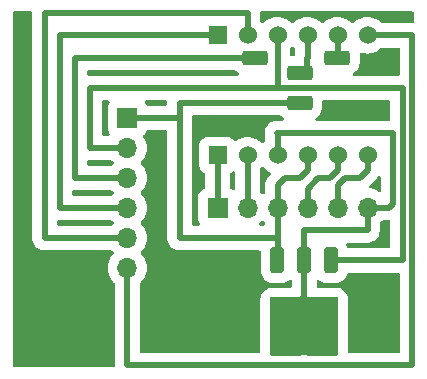
<source format=gbr>
G04 #@! TF.GenerationSoftware,KiCad,Pcbnew,8.0.6*
G04 #@! TF.CreationDate,2025-01-17T23:30:22+01:00*
G04 #@! TF.ProjectId,w25q64_spi,77323571-3634-45f7-9370-692e6b696361,rev?*
G04 #@! TF.SameCoordinates,PX5ddd8a8PY3abdd78*
G04 #@! TF.FileFunction,Copper,L2,Bot*
G04 #@! TF.FilePolarity,Positive*
%FSLAX46Y46*%
G04 Gerber Fmt 4.6, Leading zero omitted, Abs format (unit mm)*
G04 Created by KiCad (PCBNEW 8.0.6) date 2025-01-17 23:30:22*
%MOMM*%
%LPD*%
G01*
G04 APERTURE LIST*
G04 Aperture macros list*
%AMRoundRect*
0 Rectangle with rounded corners*
0 $1 Rounding radius*
0 $2 $3 $4 $5 $6 $7 $8 $9 X,Y pos of 4 corners*
0 Add a 4 corners polygon primitive as box body*
4,1,4,$2,$3,$4,$5,$6,$7,$8,$9,$2,$3,0*
0 Add four circle primitives for the rounded corners*
1,1,$1+$1,$2,$3*
1,1,$1+$1,$4,$5*
1,1,$1+$1,$6,$7*
1,1,$1+$1,$8,$9*
0 Add four rect primitives between the rounded corners*
20,1,$1+$1,$2,$3,$4,$5,0*
20,1,$1+$1,$4,$5,$6,$7,0*
20,1,$1+$1,$6,$7,$8,$9,0*
20,1,$1+$1,$8,$9,$2,$3,0*%
G04 Aperture macros list end*
G04 #@! TA.AperFunction,SMDPad,CuDef*
%ADD10RoundRect,0.250000X0.850000X0.350000X-0.850000X0.350000X-0.850000X-0.350000X0.850000X-0.350000X0*%
G04 #@! TD*
G04 #@! TA.AperFunction,ComponentPad*
%ADD11C,1.524000*%
G04 #@! TD*
G04 #@! TA.AperFunction,ComponentPad*
%ADD12R,1.524000X1.524000*%
G04 #@! TD*
G04 #@! TA.AperFunction,ComponentPad*
%ADD13R,1.700000X1.700000*%
G04 #@! TD*
G04 #@! TA.AperFunction,ComponentPad*
%ADD14O,1.700000X1.700000*%
G04 #@! TD*
G04 #@! TA.AperFunction,SMDPad,CuDef*
%ADD15RoundRect,0.250000X-0.350000X0.850000X-0.350000X-0.850000X0.350000X-0.850000X0.350000X0.850000X0*%
G04 #@! TD*
G04 #@! TA.AperFunction,SMDPad,CuDef*
%ADD16RoundRect,0.250000X-1.125000X1.275000X-1.125000X-1.275000X1.125000X-1.275000X1.125000X1.275000X0*%
G04 #@! TD*
G04 #@! TA.AperFunction,SMDPad,CuDef*
%ADD17RoundRect,0.214998X-2.685002X2.279002X-2.685002X-2.279002X2.685002X-2.279002X2.685002X2.279002X0*%
G04 #@! TD*
G04 #@! TA.AperFunction,Conductor*
%ADD18C,0.500000*%
G04 #@! TD*
G04 APERTURE END LIST*
D10*
G04 #@! TO.P,,1,GND*
G04 #@! TO.N,N/C*
X-10160000Y-5715000D03*
G04 #@! TD*
G04 #@! TO.P,,1,GND*
G04 #@! TO.N,N/C*
X-10160000Y-8255000D03*
G04 #@! TD*
G04 #@! TO.P,,1,GND*
G04 #@! TO.N,N/C*
X-13970000Y-4445000D03*
G04 #@! TD*
G04 #@! TO.P,,1,GND*
G04 #@! TO.N,/GND*
X-6985000Y-4445000D03*
G04 #@! TD*
D11*
G04 #@! TO.P,U1,GND_1,GND*
G04 #@! TO.N,/GND*
X-9500000Y-2515000D03*
G04 #@! TO.P,U1,GND_2,GND__1*
X-9500000Y-12675000D03*
G04 #@! TO.P,U1,HV,HV*
G04 #@! TO.N,/VCC*
X-12040000Y-2515000D03*
D12*
G04 #@! TO.P,U1,HV1,HV1*
G04 #@! TO.N,/MOSI*
X-17120000Y-2515000D03*
D11*
G04 #@! TO.P,U1,HV2,HV2*
G04 #@! TO.N,/SCK*
X-14580000Y-2515000D03*
G04 #@! TO.P,U1,HV3,HV3*
G04 #@! TO.N,/MISO*
X-6960000Y-2515000D03*
G04 #@! TO.P,U1,HV4,HV4*
G04 #@! TO.N,/SS*
X-4420000Y-2515000D03*
G04 #@! TO.P,U1,LV,LV*
G04 #@! TO.N,/3.3v*
X-12040000Y-12675000D03*
D12*
G04 #@! TO.P,U1,LV1,LV1*
G04 #@! TO.N,/DI*
X-17120000Y-12675000D03*
D11*
G04 #@! TO.P,U1,LV2,LV2*
G04 #@! TO.N,/CLK*
X-14580000Y-12675000D03*
G04 #@! TO.P,U1,LV3,LV3*
G04 #@! TO.N,/DO*
X-6960000Y-12675000D03*
G04 #@! TO.P,U1,LV4,LV4*
G04 #@! TO.N,/CS*
X-4420000Y-12675000D03*
G04 #@! TD*
D13*
G04 #@! TO.P,J1,1,Pin_1*
G04 #@! TO.N,/GND*
X-24765000Y-9525000D03*
D14*
G04 #@! TO.P,J1,2,Pin_2*
G04 #@! TO.N,/VCC*
X-24765000Y-12065000D03*
G04 #@! TO.P,J1,3,Pin_3*
G04 #@! TO.N,/MISO*
X-24765000Y-14605000D03*
G04 #@! TO.P,J1,4,Pin_4*
G04 #@! TO.N,/MOSI*
X-24765000Y-17145000D03*
G04 #@! TO.P,J1,5,Pin_5*
G04 #@! TO.N,/SCK*
X-24765000Y-19685000D03*
G04 #@! TO.P,J1,6,Pin_6*
G04 #@! TO.N,/SS*
X-24765000Y-22225000D03*
G04 #@! TD*
D13*
G04 #@! TO.P,J2,1,Pin_1*
G04 #@! TO.N,/DI*
X-17120000Y-17120000D03*
D14*
G04 #@! TO.P,J2,2,Pin_2*
G04 #@! TO.N,/CLK*
X-14580000Y-17120000D03*
G04 #@! TO.P,J2,3,Pin_3*
G04 #@! TO.N,/GND*
X-12040000Y-17120000D03*
G04 #@! TO.P,J2,4,Pin_4*
G04 #@! TO.N,/DO*
X-9500000Y-17120000D03*
G04 #@! TO.P,J2,5,Pin_5*
G04 #@! TO.N,/CS*
X-6960000Y-17120000D03*
G04 #@! TO.P,J2,6,Pin_6*
G04 #@! TO.N,/3.3v*
X-4420000Y-17120000D03*
G04 #@! TD*
D15*
G04 #@! TO.P,U2,1,GND*
G04 #@! TO.N,/GND*
X-12060000Y-21590000D03*
G04 #@! TO.P,U2,2,VO*
G04 #@! TO.N,/3.3v*
X-9780000Y-21590000D03*
D16*
X-8255000Y-26215000D03*
X-11305000Y-26215000D03*
D17*
X-9780000Y-27184000D03*
D16*
X-8255000Y-28154000D03*
X-11305000Y-28154000D03*
D15*
G04 #@! TO.P,U2,3,VI*
G04 #@! TO.N,/VCC*
X-7500000Y-21590000D03*
G04 #@! TD*
D18*
G04 #@! TO.N,/MISO*
X-6985000Y-4445000D02*
X-7620000Y-4445000D01*
X-6960000Y-2515000D02*
X-6960000Y-4420000D01*
X-6985000Y-4445000D02*
X-6960000Y-4420000D01*
G04 #@! TO.N,/SS*
X-4420000Y-2515000D02*
X-635000Y-2515000D01*
X-635000Y-2515000D02*
X-635000Y-5600000D01*
G04 #@! TO.N,/CS*
X-6960000Y-17120000D02*
X-6960000Y-15215000D01*
X-5080000Y-14605000D02*
X-4420000Y-13945000D01*
X-6960000Y-15215000D02*
X-6350000Y-14605000D01*
X-6350000Y-14605000D02*
X-5080000Y-14605000D01*
X-4420000Y-13945000D02*
X-4420000Y-12675000D01*
G04 #@! TO.N,/DO*
X-9500000Y-17120000D02*
X-9500000Y-15532500D01*
X-9500000Y-15532500D02*
X-8572500Y-14605000D01*
X-8572500Y-14605000D02*
X-7620000Y-14605000D01*
X-7620000Y-14605000D02*
X-6960000Y-13945000D01*
X-6960000Y-13945000D02*
X-6960000Y-12675000D01*
G04 #@! TO.N,/GND*
X-12040000Y-17120000D02*
X-12040000Y-15215000D01*
X-12040000Y-15215000D02*
X-11430000Y-14605000D01*
X-9500000Y-13945000D02*
X-9500000Y-12675000D01*
X-11430000Y-14605000D02*
X-10160000Y-14605000D01*
X-10160000Y-14605000D02*
X-9500000Y-13945000D01*
X-9525000Y-4445000D02*
X-9525000Y-5715000D01*
G04 #@! TO.N,/MISO*
X-14605000Y-4445000D02*
X-13970000Y-4445000D01*
G04 #@! TO.N,/SS*
X-635000Y-30480000D02*
X-24765000Y-30480000D01*
X-635000Y-5715000D02*
X-635000Y-30480000D01*
X-24765000Y-30480000D02*
X-24765000Y-22225000D01*
G04 #@! TO.N,/VCC*
X-12040000Y-6985000D02*
X-12040000Y-2515000D01*
X-7500000Y-21590000D02*
X-1435000Y-21590000D01*
X-1435000Y-21590000D02*
X-1435000Y-6985000D01*
X-24765000Y-12065000D02*
X-27940000Y-12065000D01*
X-27940000Y-12065000D02*
X-27940000Y-6985000D01*
G04 #@! TO.N,/MISO*
X-29210000Y-4445000D02*
X-14605000Y-4445000D01*
X-24765000Y-14605000D02*
X-29210000Y-14605000D01*
X-29210000Y-14605000D02*
X-29210000Y-4445000D01*
X-24765000Y-14605000D02*
X-25400000Y-14605000D01*
G04 #@! TO.N,/VCC*
X-27940000Y-6985000D02*
X-12040000Y-6985000D01*
X-1435000Y-6985000D02*
X-12040000Y-6985000D01*
G04 #@! TO.N,/GND*
X-12040000Y-19685000D02*
X-20320000Y-19685000D01*
X-9500000Y-4420000D02*
X-9525000Y-4445000D01*
X-24765000Y-9525000D02*
X-20320000Y-9525000D01*
X-20320000Y-8255000D02*
X-9525000Y-8255000D01*
X-20320000Y-9525000D02*
X-20320000Y-8255000D01*
X-12040000Y-19685000D02*
X-12040000Y-20755000D01*
X-12040000Y-20755000D02*
X-12060000Y-20775000D01*
X-9500000Y-2515000D02*
X-9500000Y-4420000D01*
X-12040000Y-17120000D02*
X-12040000Y-19685000D01*
X-20320000Y-19685000D02*
X-20320000Y-9525000D01*
G04 #@! TO.N,/MOSI*
X-30480000Y-2540000D02*
X-30480000Y-17145000D01*
X-30480000Y-17145000D02*
X-24765000Y-17145000D01*
X-30455000Y-2515000D02*
X-30480000Y-2540000D01*
X-17120000Y-2515000D02*
X-30455000Y-2515000D01*
G04 #@! TO.N,/SCK*
X-31750000Y-635000D02*
X-14580000Y-635000D01*
X-14580000Y-635000D02*
X-14580000Y-2515000D01*
X-24765000Y-19685000D02*
X-31750000Y-19685000D01*
X-31750000Y-19685000D02*
X-31750000Y-635000D01*
G04 #@! TO.N,/CLK*
X-14580000Y-13310000D02*
X-14580000Y-17120000D01*
G04 #@! TO.N,/3.3v*
X-9780000Y-21590000D02*
X-9780000Y-24690000D01*
X-2235000Y-10795000D02*
X-12065000Y-10795000D01*
X-9780000Y-21590000D02*
X-9780000Y-19050000D01*
X-4420000Y-17120000D02*
X-2565000Y-17120000D01*
X-9780000Y-19050000D02*
X-4445000Y-19050000D01*
X-2565000Y-17120000D02*
X-2235000Y-16790000D01*
X-9780000Y-24690000D02*
X-11305000Y-26215000D01*
X-4445000Y-19050000D02*
X-4420000Y-19025000D01*
X-2235000Y-16790000D02*
X-2235000Y-10795000D01*
X-4420000Y-19025000D02*
X-4420000Y-17120000D01*
X-12040000Y-10820000D02*
X-12040000Y-12675000D01*
X-12065000Y-10795000D02*
X-12040000Y-10820000D01*
G04 #@! TO.N,/DI*
X-17120000Y-13310000D02*
X-17120000Y-17120000D01*
G04 #@! TD*
G04 #@! TA.AperFunction,NonConductor*
G36*
X-557461Y-520185D02*
G01*
X-511706Y-572989D01*
X-500500Y-624500D01*
X-500500Y-1340500D01*
X-520185Y-1407539D01*
X-572989Y-1453294D01*
X-624500Y-1464500D01*
X-3205224Y-1464500D01*
X-3272263Y-1444815D01*
X-3299515Y-1421030D01*
X-3311727Y-1406731D01*
X-3498748Y-1246999D01*
X-3498751Y-1246998D01*
X-3708447Y-1118496D01*
X-3708450Y-1118494D01*
X-3935664Y-1024380D01*
X-3935668Y-1024379D01*
X-4174815Y-966964D01*
X-4174818Y-966963D01*
X-4174821Y-966963D01*
X-4420000Y-947668D01*
X-4665180Y-966963D01*
X-4665184Y-966963D01*
X-4665185Y-966964D01*
X-4784759Y-995671D01*
X-4904337Y-1024380D01*
X-5131551Y-1118494D01*
X-5131554Y-1118496D01*
X-5341250Y-1246998D01*
X-5341253Y-1246999D01*
X-5528260Y-1406720D01*
X-5528271Y-1406729D01*
X-5560799Y-1444815D01*
X-5595710Y-1485690D01*
X-5654217Y-1523883D01*
X-5724085Y-1524381D01*
X-5783131Y-1487027D01*
X-5784290Y-1485690D01*
X-5811959Y-1453294D01*
X-5851729Y-1406729D01*
X-5976432Y-1300222D01*
X-6038748Y-1246999D01*
X-6038751Y-1246998D01*
X-6248447Y-1118496D01*
X-6248450Y-1118494D01*
X-6475664Y-1024380D01*
X-6475668Y-1024379D01*
X-6714815Y-966964D01*
X-6714818Y-966963D01*
X-6714821Y-966963D01*
X-6960000Y-947668D01*
X-7205180Y-966963D01*
X-7205184Y-966963D01*
X-7205185Y-966964D01*
X-7324759Y-995671D01*
X-7444337Y-1024380D01*
X-7671551Y-1118494D01*
X-7671554Y-1118496D01*
X-7881250Y-1246998D01*
X-7881253Y-1246999D01*
X-8068260Y-1406720D01*
X-8068271Y-1406729D01*
X-8100799Y-1444815D01*
X-8135710Y-1485690D01*
X-8194217Y-1523883D01*
X-8264085Y-1524381D01*
X-8323131Y-1487027D01*
X-8324290Y-1485690D01*
X-8351959Y-1453294D01*
X-8391729Y-1406729D01*
X-8516432Y-1300222D01*
X-8578748Y-1246999D01*
X-8578751Y-1246998D01*
X-8788447Y-1118496D01*
X-8788450Y-1118494D01*
X-9015664Y-1024380D01*
X-9015668Y-1024379D01*
X-9254815Y-966964D01*
X-9254818Y-966963D01*
X-9254821Y-966963D01*
X-9500000Y-947668D01*
X-9745180Y-966963D01*
X-9745184Y-966963D01*
X-9745185Y-966964D01*
X-9864759Y-995671D01*
X-9984337Y-1024380D01*
X-10211551Y-1118494D01*
X-10211554Y-1118496D01*
X-10421250Y-1246998D01*
X-10421253Y-1246999D01*
X-10608260Y-1406720D01*
X-10608271Y-1406729D01*
X-10640799Y-1444815D01*
X-10675710Y-1485690D01*
X-10734217Y-1523883D01*
X-10804085Y-1524381D01*
X-10863131Y-1487027D01*
X-10864290Y-1485690D01*
X-10891959Y-1453294D01*
X-10931729Y-1406729D01*
X-11056432Y-1300222D01*
X-11118748Y-1246999D01*
X-11118751Y-1246998D01*
X-11328447Y-1118496D01*
X-11328450Y-1118494D01*
X-11555664Y-1024380D01*
X-11555668Y-1024379D01*
X-11794815Y-966964D01*
X-11794818Y-966963D01*
X-11794821Y-966963D01*
X-12040000Y-947668D01*
X-12285180Y-966963D01*
X-12285184Y-966963D01*
X-12285185Y-966964D01*
X-12404759Y-995671D01*
X-12524337Y-1024380D01*
X-12751551Y-1118494D01*
X-12751554Y-1118496D01*
X-12961250Y-1246998D01*
X-12961253Y-1246999D01*
X-13148260Y-1406720D01*
X-13148271Y-1406729D01*
X-13180799Y-1444815D01*
X-13215710Y-1485690D01*
X-13274217Y-1523883D01*
X-13344085Y-1524381D01*
X-13403131Y-1487027D01*
X-13404290Y-1485690D01*
X-13431959Y-1453294D01*
X-13471729Y-1406729D01*
X-13471734Y-1406725D01*
X-13471738Y-1406720D01*
X-13486034Y-1394510D01*
X-13524225Y-1336003D01*
X-13529500Y-1300222D01*
X-13529500Y-624500D01*
X-13509815Y-557461D01*
X-13457011Y-511706D01*
X-13405500Y-500500D01*
X-624500Y-500500D01*
X-557461Y-520185D01*
G37*
G04 #@! TD.AperFunction*
G04 #@! TA.AperFunction,NonConductor*
G36*
X-10676869Y-3542971D02*
G01*
X-10675792Y-3544214D01*
X-10608271Y-3623271D01*
X-10608269Y-3623273D01*
X-10593970Y-3635485D01*
X-10555776Y-3693991D01*
X-10550500Y-3729776D01*
X-10550500Y-4190500D01*
X-10570185Y-4257539D01*
X-10622989Y-4303294D01*
X-10674500Y-4314500D01*
X-10865500Y-4314500D01*
X-10932539Y-4294815D01*
X-10978294Y-4242011D01*
X-10989500Y-4190500D01*
X-10989500Y-3729776D01*
X-10969815Y-3662737D01*
X-10946030Y-3635485D01*
X-10931729Y-3623271D01*
X-10864289Y-3544308D01*
X-10805784Y-3506116D01*
X-10735916Y-3505617D01*
X-10676869Y-3542971D01*
G37*
G04 #@! TD.AperFunction*
G04 #@! TA.AperFunction,NonConductor*
G36*
X-1742461Y-3585185D02*
G01*
X-1696706Y-3637989D01*
X-1685500Y-3689500D01*
X-1685500Y-5810500D01*
X-1705185Y-5877539D01*
X-1757989Y-5923294D01*
X-1809500Y-5934500D01*
X-5543336Y-5934500D01*
X-5610375Y-5914815D01*
X-5656130Y-5862011D01*
X-5666074Y-5792853D01*
X-5637049Y-5729297D01*
X-5601793Y-5701143D01*
X-5548550Y-5672685D01*
X-5388590Y-5541410D01*
X-5257315Y-5381450D01*
X-5159768Y-5198954D01*
X-5099700Y-5000934D01*
X-5084500Y-4846608D01*
X-5084500Y-4116571D01*
X-5064815Y-4049532D01*
X-5012011Y-4003777D01*
X-4942853Y-3993833D01*
X-4913051Y-4002009D01*
X-4904332Y-4005621D01*
X-4665185Y-4063036D01*
X-4420000Y-4082332D01*
X-4174815Y-4063036D01*
X-3935668Y-4005621D01*
X-3822057Y-3958562D01*
X-3708450Y-3911505D01*
X-3708449Y-3911504D01*
X-3708446Y-3911503D01*
X-3498745Y-3782998D01*
X-3311729Y-3623271D01*
X-3299515Y-3608969D01*
X-3241009Y-3570776D01*
X-3205224Y-3565500D01*
X-1809500Y-3565500D01*
X-1742461Y-3585185D01*
G37*
G04 #@! TD.AperFunction*
G04 #@! TA.AperFunction,NonConductor*
G36*
X-15595696Y-5515185D02*
G01*
X-15570881Y-5537274D01*
X-15570713Y-5537107D01*
X-15567835Y-5539985D01*
X-15566886Y-5540830D01*
X-15566410Y-5541410D01*
X-15406450Y-5672685D01*
X-15353209Y-5701143D01*
X-15303366Y-5750105D01*
X-15287906Y-5818242D01*
X-15311738Y-5883922D01*
X-15367296Y-5926291D01*
X-15411664Y-5934500D01*
X-28035500Y-5934500D01*
X-28102539Y-5914815D01*
X-28148294Y-5862011D01*
X-28159500Y-5810500D01*
X-28159500Y-5619500D01*
X-28139815Y-5552461D01*
X-28087011Y-5506706D01*
X-28035500Y-5495500D01*
X-15662735Y-5495500D01*
X-15595696Y-5515185D01*
G37*
G04 #@! TD.AperFunction*
G04 #@! TA.AperFunction,NonConductor*
G36*
X-21427461Y-8055185D02*
G01*
X-21381706Y-8107989D01*
X-21370500Y-8159500D01*
X-21370500Y-8350500D01*
X-21390185Y-8417539D01*
X-21442989Y-8463294D01*
X-21494500Y-8474500D01*
X-23049083Y-8474500D01*
X-23116122Y-8454815D01*
X-23161877Y-8402011D01*
X-23166125Y-8391454D01*
X-23189211Y-8325478D01*
X-23252049Y-8225472D01*
X-23271049Y-8158236D01*
X-23250681Y-8091400D01*
X-23197414Y-8046186D01*
X-23147055Y-8035500D01*
X-21494500Y-8035500D01*
X-21427461Y-8055185D01*
G37*
G04 #@! TD.AperFunction*
G04 #@! TA.AperFunction,NonConductor*
G36*
X-2542461Y-8055185D02*
G01*
X-2496706Y-8107989D01*
X-2485500Y-8159500D01*
X-2485500Y-9620500D01*
X-2505185Y-9687539D01*
X-2557989Y-9733294D01*
X-2609500Y-9744500D01*
X-8718336Y-9744500D01*
X-8785375Y-9724815D01*
X-8831130Y-9672011D01*
X-8841074Y-9602853D01*
X-8812049Y-9539297D01*
X-8776793Y-9511143D01*
X-8723550Y-9482685D01*
X-8563590Y-9351410D01*
X-8432315Y-9191450D01*
X-8334768Y-9008954D01*
X-8274700Y-8810934D01*
X-8259500Y-8656608D01*
X-8259500Y-8159500D01*
X-8239815Y-8092461D01*
X-8187011Y-8046706D01*
X-8135500Y-8035500D01*
X-2609500Y-8035500D01*
X-2542461Y-8055185D01*
G37*
G04 #@! TD.AperFunction*
G04 #@! TA.AperFunction,NonConductor*
G36*
X-26315906Y-8055185D02*
G01*
X-26270151Y-8107989D01*
X-26260207Y-8177147D01*
X-26277951Y-8225472D01*
X-26340789Y-8325476D01*
X-26400369Y-8495745D01*
X-26400370Y-8495750D01*
X-26415500Y-8630039D01*
X-26415500Y-10419960D01*
X-26400370Y-10554249D01*
X-26400369Y-10554254D01*
X-26340789Y-10724523D01*
X-26277951Y-10824528D01*
X-26258951Y-10891764D01*
X-26279319Y-10958600D01*
X-26332586Y-11003814D01*
X-26382945Y-11014500D01*
X-26765500Y-11014500D01*
X-26832539Y-10994815D01*
X-26878294Y-10942011D01*
X-26889500Y-10890500D01*
X-26889500Y-8159500D01*
X-26869815Y-8092461D01*
X-26817011Y-8046706D01*
X-26765500Y-8035500D01*
X-26382945Y-8035500D01*
X-26315906Y-8055185D01*
G37*
G04 #@! TD.AperFunction*
G04 #@! TA.AperFunction,NonConductor*
G36*
X-26028466Y-13135185D02*
G01*
X-26001215Y-13158968D01*
X-25935689Y-13235689D01*
X-25929807Y-13240712D01*
X-25891617Y-13299219D01*
X-25891119Y-13369087D01*
X-25928474Y-13428132D01*
X-25929744Y-13429232D01*
X-25935689Y-13434311D01*
X-25935691Y-13434313D01*
X-26001215Y-13511032D01*
X-26059722Y-13549225D01*
X-26095505Y-13554500D01*
X-28035500Y-13554500D01*
X-28102539Y-13534815D01*
X-28148294Y-13482011D01*
X-28159500Y-13430500D01*
X-28159500Y-13239500D01*
X-28139815Y-13172461D01*
X-28087011Y-13126706D01*
X-28035500Y-13115500D01*
X-27836535Y-13115500D01*
X-26095505Y-13115500D01*
X-26028466Y-13135185D01*
G37*
G04 #@! TD.AperFunction*
G04 #@! TA.AperFunction,NonConductor*
G36*
X-15711166Y-14024758D02*
G01*
X-15655233Y-14066630D01*
X-15630816Y-14132094D01*
X-15630500Y-14140940D01*
X-15630500Y-15502055D01*
X-15650185Y-15569094D01*
X-15702989Y-15614849D01*
X-15772147Y-15624793D01*
X-15820472Y-15607049D01*
X-15920476Y-15544212D01*
X-15920477Y-15544211D01*
X-15986456Y-15521124D01*
X-16043231Y-15480402D01*
X-16068978Y-15415449D01*
X-16069500Y-15404083D01*
X-16069500Y-14269663D01*
X-16049815Y-14202624D01*
X-16011472Y-14164669D01*
X-16008483Y-14162790D01*
X-16008478Y-14162789D01*
X-15855738Y-14066816D01*
X-15842181Y-14053259D01*
X-15780858Y-14019774D01*
X-15711166Y-14024758D01*
G37*
G04 #@! TD.AperFunction*
G04 #@! TA.AperFunction,NonConductor*
G36*
X-3326638Y-14454474D02*
G01*
X-3289919Y-14513916D01*
X-3285500Y-14546723D01*
X-3285500Y-15658051D01*
X-3305185Y-15725090D01*
X-3357989Y-15770845D01*
X-3427147Y-15780789D01*
X-3474289Y-15763779D01*
X-3668374Y-15644844D01*
X-3851253Y-15569094D01*
X-3908390Y-15545427D01*
X-3908389Y-15545427D01*
X-4130658Y-15492065D01*
X-4161006Y-15484779D01*
X-4161008Y-15484778D01*
X-4161011Y-15484778D01*
X-4161020Y-15484776D01*
X-4183156Y-15483034D01*
X-4248444Y-15458149D01*
X-4289913Y-15401917D01*
X-4294398Y-15332191D01*
X-4275313Y-15297537D01*
X-4277042Y-15296673D01*
X-4277039Y-15296667D01*
X-4267687Y-15283690D01*
X-4261099Y-15271730D01*
X-4253822Y-15264453D01*
X-4253819Y-15264448D01*
X-3604023Y-14614655D01*
X-3512601Y-14477831D01*
X-3458991Y-14433028D01*
X-3389666Y-14424320D01*
X-3326638Y-14454474D01*
G37*
G04 #@! TD.AperFunction*
G04 #@! TA.AperFunction,NonConductor*
G36*
X-13216869Y-13702971D02*
G01*
X-13215792Y-13704214D01*
X-13148271Y-13783271D01*
X-12961253Y-13943000D01*
X-12961250Y-13943001D01*
X-12751554Y-14071503D01*
X-12751551Y-14071505D01*
X-12661789Y-14108685D01*
X-12607385Y-14152525D01*
X-12585320Y-14218819D01*
X-12602599Y-14286519D01*
X-12621559Y-14310927D01*
X-12709652Y-14399020D01*
X-12709655Y-14399023D01*
X-12753230Y-14442598D01*
X-12855977Y-14545344D01*
X-12970942Y-14717403D01*
X-13050130Y-14908579D01*
X-13050132Y-14908587D01*
X-13090500Y-15111530D01*
X-13090500Y-15789494D01*
X-13110185Y-15856533D01*
X-13133968Y-15883784D01*
X-13210683Y-15949305D01*
X-13210685Y-15949307D01*
X-13210687Y-15949309D01*
X-13210689Y-15949311D01*
X-13215713Y-15955193D01*
X-13274219Y-15993383D01*
X-13344087Y-15993881D01*
X-13403132Y-15956526D01*
X-13404233Y-15955256D01*
X-13409311Y-15949311D01*
X-13454416Y-15910787D01*
X-13486032Y-15883784D01*
X-13524225Y-15825277D01*
X-13529500Y-15789494D01*
X-13529500Y-13889776D01*
X-13509815Y-13822737D01*
X-13486030Y-13795485D01*
X-13475537Y-13786523D01*
X-13471729Y-13783271D01*
X-13404289Y-13704308D01*
X-13345784Y-13666116D01*
X-13275916Y-13665617D01*
X-13216869Y-13702971D01*
G37*
G04 #@! TD.AperFunction*
G04 #@! TA.AperFunction,NonConductor*
G36*
X-26028466Y-15675185D02*
G01*
X-26001215Y-15698968D01*
X-25935689Y-15775689D01*
X-25929807Y-15780712D01*
X-25891617Y-15839219D01*
X-25891119Y-15909087D01*
X-25928474Y-15968132D01*
X-25929744Y-15969232D01*
X-25935689Y-15974311D01*
X-25935691Y-15974313D01*
X-26001215Y-16051032D01*
X-26059722Y-16089225D01*
X-26095505Y-16094500D01*
X-29305500Y-16094500D01*
X-29372539Y-16074815D01*
X-29418294Y-16022011D01*
X-29429500Y-15970500D01*
X-29429500Y-15779500D01*
X-29409815Y-15712461D01*
X-29357011Y-15666706D01*
X-29305500Y-15655500D01*
X-29106535Y-15655500D01*
X-26095505Y-15655500D01*
X-26028466Y-15675185D01*
G37*
G04 #@! TD.AperFunction*
G04 #@! TA.AperFunction,NonConductor*
G36*
X-13216872Y-18283468D02*
G01*
X-13215803Y-18284702D01*
X-13210689Y-18290689D01*
X-13133968Y-18356215D01*
X-13095775Y-18414720D01*
X-13090500Y-18450504D01*
X-13090500Y-18510500D01*
X-13110185Y-18577539D01*
X-13162989Y-18623294D01*
X-13214500Y-18634500D01*
X-13475745Y-18634500D01*
X-13542784Y-18614815D01*
X-13588539Y-18562011D01*
X-13598483Y-18492853D01*
X-13569458Y-18429297D01*
X-13556277Y-18416210D01*
X-13514285Y-18380345D01*
X-13409311Y-18290689D01*
X-13404290Y-18284809D01*
X-13345787Y-18246617D01*
X-13275919Y-18246116D01*
X-13216872Y-18283468D01*
G37*
G04 #@! TD.AperFunction*
G04 #@! TA.AperFunction,NonConductor*
G36*
X-11785696Y-9325185D02*
G01*
X-11760881Y-9347274D01*
X-11760713Y-9347107D01*
X-11757835Y-9349985D01*
X-11756886Y-9350830D01*
X-11756410Y-9351410D01*
X-11596450Y-9482685D01*
X-11543209Y-9511143D01*
X-11493366Y-9560105D01*
X-11477906Y-9628242D01*
X-11501738Y-9693922D01*
X-11557296Y-9736291D01*
X-11601664Y-9744500D01*
X-12168470Y-9744500D01*
X-12371413Y-9784868D01*
X-12371421Y-9784870D01*
X-12562597Y-9864058D01*
X-12734658Y-9979024D01*
X-12880976Y-10125342D01*
X-12995942Y-10297403D01*
X-13075130Y-10488579D01*
X-13075132Y-10488587D01*
X-13115500Y-10691530D01*
X-13115500Y-10691535D01*
X-13115500Y-10898465D01*
X-13094346Y-11004816D01*
X-13092883Y-11012168D01*
X-13090500Y-11036360D01*
X-13090500Y-11460222D01*
X-13110185Y-11527261D01*
X-13133966Y-11554510D01*
X-13148263Y-11566720D01*
X-13148271Y-11566729D01*
X-13215710Y-11645690D01*
X-13274217Y-11683883D01*
X-13344085Y-11684381D01*
X-13403131Y-11647027D01*
X-13404290Y-11645690D01*
X-13471729Y-11566729D01*
X-13597464Y-11459341D01*
X-13658748Y-11406999D01*
X-13658751Y-11406998D01*
X-13868447Y-11278496D01*
X-13868450Y-11278494D01*
X-14095664Y-11184380D01*
X-14095668Y-11184379D01*
X-14334815Y-11126964D01*
X-14334818Y-11126963D01*
X-14334821Y-11126963D01*
X-14580000Y-11107668D01*
X-14825180Y-11126963D01*
X-14825184Y-11126963D01*
X-14825185Y-11126964D01*
X-14827967Y-11127632D01*
X-15064337Y-11184380D01*
X-15291551Y-11278494D01*
X-15291554Y-11278496D01*
X-15501250Y-11406998D01*
X-15501251Y-11406998D01*
X-15541308Y-11441210D01*
X-15605070Y-11469779D01*
X-15674155Y-11459341D01*
X-15723529Y-11415935D01*
X-15723841Y-11416184D01*
X-15725237Y-11414433D01*
X-15726630Y-11413209D01*
X-15726831Y-11412891D01*
X-15728183Y-11410740D01*
X-15728185Y-11410737D01*
X-15855738Y-11283184D01*
X-16008477Y-11187211D01*
X-16178746Y-11127631D01*
X-16178751Y-11127630D01*
X-16313040Y-11112500D01*
X-16313046Y-11112500D01*
X-17926954Y-11112500D01*
X-17926961Y-11112500D01*
X-18061250Y-11127630D01*
X-18061255Y-11127631D01*
X-18231524Y-11187211D01*
X-18384263Y-11283184D01*
X-18511816Y-11410737D01*
X-18607789Y-11563476D01*
X-18667369Y-11733745D01*
X-18667370Y-11733750D01*
X-18682500Y-11868039D01*
X-18682500Y-13481960D01*
X-18667370Y-13616249D01*
X-18667369Y-13616254D01*
X-18607789Y-13786523D01*
X-18565782Y-13853376D01*
X-18511816Y-13939262D01*
X-18384262Y-14066816D01*
X-18231522Y-14162789D01*
X-18231518Y-14162790D01*
X-18228528Y-14164669D01*
X-18182237Y-14217003D01*
X-18170500Y-14269663D01*
X-18170500Y-15404083D01*
X-18190185Y-15471122D01*
X-18242989Y-15516877D01*
X-18253544Y-15521124D01*
X-18319524Y-15544211D01*
X-18319525Y-15544212D01*
X-18472263Y-15640184D01*
X-18599816Y-15767737D01*
X-18695789Y-15920476D01*
X-18755369Y-16090745D01*
X-18755370Y-16090750D01*
X-18770500Y-16225039D01*
X-18770500Y-18014960D01*
X-18755370Y-18149249D01*
X-18755369Y-18149254D01*
X-18705878Y-18290689D01*
X-18695789Y-18319522D01*
X-18626813Y-18429297D01*
X-18617242Y-18444528D01*
X-18598242Y-18511764D01*
X-18618609Y-18578600D01*
X-18671877Y-18623814D01*
X-18722236Y-18634500D01*
X-19145500Y-18634500D01*
X-19212539Y-18614815D01*
X-19258294Y-18562011D01*
X-19269500Y-18510500D01*
X-19269500Y-9429500D01*
X-19249815Y-9362461D01*
X-19197011Y-9316706D01*
X-19145500Y-9305500D01*
X-11852735Y-9305500D01*
X-11785696Y-9325185D01*
G37*
G04 #@! TD.AperFunction*
G04 #@! TA.AperFunction,NonConductor*
G36*
X-26028466Y-18215185D02*
G01*
X-26001215Y-18238968D01*
X-25935689Y-18315689D01*
X-25929807Y-18320712D01*
X-25891617Y-18379219D01*
X-25891119Y-18449087D01*
X-25928474Y-18508132D01*
X-25929744Y-18509232D01*
X-25935689Y-18514311D01*
X-25935691Y-18514313D01*
X-26001215Y-18591032D01*
X-26059722Y-18629225D01*
X-26095505Y-18634500D01*
X-30575500Y-18634500D01*
X-30642539Y-18614815D01*
X-30688294Y-18562011D01*
X-30699500Y-18510500D01*
X-30699500Y-18319500D01*
X-30679815Y-18252461D01*
X-30627011Y-18206706D01*
X-30575500Y-18195500D01*
X-26095505Y-18195500D01*
X-26028466Y-18215185D01*
G37*
G04 #@! TD.AperFunction*
G04 #@! TA.AperFunction,NonConductor*
G36*
X-2542461Y-18190185D02*
G01*
X-2496706Y-18242989D01*
X-2485500Y-18294500D01*
X-2485500Y-20415500D01*
X-2505185Y-20482539D01*
X-2557989Y-20528294D01*
X-2609500Y-20539500D01*
X-6021087Y-20539500D01*
X-6088126Y-20519815D01*
X-6133881Y-20467011D01*
X-6139745Y-20451503D01*
X-6174768Y-20336046D01*
X-6203148Y-20282952D01*
X-6217389Y-20214552D01*
X-6192390Y-20149308D01*
X-6136085Y-20107937D01*
X-6093789Y-20100500D01*
X-4341534Y-20100500D01*
X-4341533Y-20100499D01*
X-4138580Y-20060130D01*
X-3947402Y-19980941D01*
X-3934509Y-19972326D01*
X-3892108Y-19943995D01*
X-3875493Y-19932892D01*
X-3775345Y-19865977D01*
X-3629023Y-19719655D01*
X-3604023Y-19694655D01*
X-3489059Y-19522598D01*
X-3409870Y-19331420D01*
X-3369500Y-19128465D01*
X-3369500Y-18450504D01*
X-3349815Y-18383465D01*
X-3326035Y-18356216D01*
X-3249311Y-18290689D01*
X-3193116Y-18224892D01*
X-3183785Y-18213968D01*
X-3125278Y-18175775D01*
X-3089495Y-18170500D01*
X-2668465Y-18170500D01*
X-2609500Y-18170500D01*
X-2542461Y-18190185D01*
G37*
G04 #@! TD.AperFunction*
G04 #@! TA.AperFunction,NonConductor*
G36*
X-1742461Y-22660185D02*
G01*
X-1696706Y-22712989D01*
X-1685500Y-22764500D01*
X-1685500Y-29305500D01*
X-1705185Y-29372539D01*
X-1757989Y-29418294D01*
X-1809500Y-29429500D01*
X-5955500Y-29429500D01*
X-6022539Y-29409815D01*
X-6068294Y-29357011D01*
X-6079500Y-29305500D01*
X-6079500Y-24885604D01*
X-6079501Y-24885558D01*
X-6079501Y-24855109D01*
X-6094193Y-24705926D01*
X-6152262Y-24514498D01*
X-6246553Y-24338092D01*
X-6246557Y-24338085D01*
X-6373458Y-24183457D01*
X-6528086Y-24056556D01*
X-6528093Y-24056552D01*
X-6704499Y-23962261D01*
X-6800214Y-23933226D01*
X-6895925Y-23904193D01*
X-6895927Y-23904192D01*
X-6895925Y-23904192D01*
X-7011082Y-23892850D01*
X-7045105Y-23889500D01*
X-7045108Y-23889500D01*
X-8605500Y-23889500D01*
X-8672539Y-23869815D01*
X-8718294Y-23817011D01*
X-8729500Y-23765500D01*
X-8729500Y-23339361D01*
X-8709815Y-23272322D01*
X-8657011Y-23226567D01*
X-8587853Y-23216623D01*
X-8526837Y-23243507D01*
X-8436450Y-23317685D01*
X-8253954Y-23415232D01*
X-8055934Y-23475300D01*
X-8055935Y-23475300D01*
X-8017353Y-23479100D01*
X-7901608Y-23490500D01*
X-7901605Y-23490500D01*
X-7098395Y-23490500D01*
X-7098392Y-23490500D01*
X-6944066Y-23475300D01*
X-6746046Y-23415232D01*
X-6563550Y-23317685D01*
X-6403590Y-23186410D01*
X-6272315Y-23026450D01*
X-6174768Y-22843954D01*
X-6139747Y-22728503D01*
X-6101451Y-22670066D01*
X-6037638Y-22641610D01*
X-6021087Y-22640500D01*
X-1809500Y-22640500D01*
X-1742461Y-22660185D01*
G37*
G04 #@! TD.AperFunction*
G04 #@! TA.AperFunction,NonConductor*
G36*
X-21427461Y-10595185D02*
G01*
X-21381706Y-10647989D01*
X-21370500Y-10699500D01*
X-21370500Y-19788469D01*
X-21330132Y-19991412D01*
X-21330130Y-19991420D01*
X-21307231Y-20046704D01*
X-21250941Y-20182598D01*
X-21229590Y-20214552D01*
X-21135976Y-20354657D01*
X-20989658Y-20500975D01*
X-20989655Y-20500977D01*
X-20817598Y-20615941D01*
X-20626420Y-20695130D01*
X-20423470Y-20735499D01*
X-20423466Y-20735500D01*
X-20423465Y-20735500D01*
X-20216535Y-20735500D01*
X-13584500Y-20735500D01*
X-13517461Y-20755185D01*
X-13471706Y-20807989D01*
X-13460500Y-20859500D01*
X-13460500Y-22491604D01*
X-13445301Y-22645932D01*
X-13445300Y-22645934D01*
X-13385232Y-22843954D01*
X-13287685Y-23026450D01*
X-13287683Y-23026452D01*
X-13156411Y-23186410D01*
X-13059791Y-23265702D01*
X-12996450Y-23317685D01*
X-12813954Y-23415232D01*
X-12615934Y-23475300D01*
X-12615935Y-23475300D01*
X-12577353Y-23479100D01*
X-12461608Y-23490500D01*
X-12461605Y-23490500D01*
X-11658395Y-23490500D01*
X-11658392Y-23490500D01*
X-11504066Y-23475300D01*
X-11306046Y-23415232D01*
X-11123550Y-23317685D01*
X-11033165Y-23243507D01*
X-10968855Y-23216195D01*
X-10899988Y-23227986D01*
X-10848427Y-23275138D01*
X-10830500Y-23339361D01*
X-10830500Y-23765500D01*
X-10850185Y-23832539D01*
X-10902989Y-23878294D01*
X-10954500Y-23889500D01*
X-12514892Y-23889500D01*
X-12664074Y-23904192D01*
X-12855502Y-23962261D01*
X-13031908Y-24056552D01*
X-13031915Y-24056556D01*
X-13186543Y-24183457D01*
X-13313444Y-24338085D01*
X-13313448Y-24338092D01*
X-13407739Y-24514498D01*
X-13465808Y-24705926D01*
X-13480500Y-24855108D01*
X-13480500Y-29305500D01*
X-13500185Y-29372539D01*
X-13552989Y-29418294D01*
X-13604500Y-29429500D01*
X-23590500Y-29429500D01*
X-23657539Y-29409815D01*
X-23703294Y-29357011D01*
X-23714500Y-29305500D01*
X-23714500Y-23555504D01*
X-23694815Y-23488465D01*
X-23671035Y-23461216D01*
X-23594311Y-23395689D01*
X-23425588Y-23198140D01*
X-23289846Y-22976628D01*
X-23190427Y-22736610D01*
X-23129779Y-22483994D01*
X-23109396Y-22225000D01*
X-23129779Y-21966006D01*
X-23190427Y-21713390D01*
X-23289846Y-21473372D01*
X-23425588Y-21251860D01*
X-23594311Y-21054311D01*
X-23600191Y-21049289D01*
X-23638383Y-20990787D01*
X-23638884Y-20920919D01*
X-23601532Y-20861872D01*
X-23600298Y-20860802D01*
X-23594311Y-20855689D01*
X-23425588Y-20658140D01*
X-23289846Y-20436628D01*
X-23190427Y-20196610D01*
X-23129779Y-19943994D01*
X-23109396Y-19685000D01*
X-23129779Y-19426006D01*
X-23190427Y-19173390D01*
X-23253121Y-19022035D01*
X-23289844Y-18933376D01*
X-23425589Y-18711859D01*
X-23496165Y-18629225D01*
X-23594311Y-18514311D01*
X-23600191Y-18509289D01*
X-23638383Y-18450787D01*
X-23638884Y-18380919D01*
X-23601532Y-18321872D01*
X-23600298Y-18320802D01*
X-23594311Y-18315689D01*
X-23425588Y-18118140D01*
X-23289846Y-17896628D01*
X-23190427Y-17656610D01*
X-23129779Y-17403994D01*
X-23109396Y-17145000D01*
X-23129779Y-16886006D01*
X-23190427Y-16633390D01*
X-23289846Y-16393372D01*
X-23425588Y-16171860D01*
X-23594311Y-15974311D01*
X-23600191Y-15969289D01*
X-23638383Y-15910787D01*
X-23638884Y-15840919D01*
X-23601532Y-15781872D01*
X-23600298Y-15780802D01*
X-23594311Y-15775689D01*
X-23425588Y-15578140D01*
X-23289846Y-15356628D01*
X-23190427Y-15116610D01*
X-23129779Y-14863994D01*
X-23109396Y-14605000D01*
X-23129779Y-14346006D01*
X-23190427Y-14093390D01*
X-23289846Y-13853372D01*
X-23425588Y-13631860D01*
X-23594311Y-13434311D01*
X-23600191Y-13429289D01*
X-23638383Y-13370787D01*
X-23638884Y-13300919D01*
X-23601532Y-13241872D01*
X-23600298Y-13240802D01*
X-23594311Y-13235689D01*
X-23425588Y-13038140D01*
X-23289846Y-12816628D01*
X-23190427Y-12576610D01*
X-23129779Y-12323994D01*
X-23109396Y-12065000D01*
X-23129779Y-11806006D01*
X-23190427Y-11553390D01*
X-23289846Y-11313372D01*
X-23289846Y-11313371D01*
X-23402703Y-11129205D01*
X-23420948Y-11061759D01*
X-23399832Y-10995157D01*
X-23384667Y-10976744D01*
X-23285184Y-10877262D01*
X-23189211Y-10724522D01*
X-23166125Y-10658546D01*
X-23125403Y-10601770D01*
X-23060451Y-10576022D01*
X-23049083Y-10575500D01*
X-21494500Y-10575500D01*
X-21427461Y-10595185D01*
G37*
G04 #@! TD.AperFunction*
G04 #@! TA.AperFunction,NonConductor*
G36*
X-32857461Y-520185D02*
G01*
X-32811706Y-572989D01*
X-32800500Y-624500D01*
X-32800500Y-19788469D01*
X-32760132Y-19991412D01*
X-32760130Y-19991420D01*
X-32737231Y-20046704D01*
X-32680941Y-20182598D01*
X-32659590Y-20214552D01*
X-32565976Y-20354657D01*
X-32419658Y-20500975D01*
X-32419655Y-20500977D01*
X-32247598Y-20615941D01*
X-32056420Y-20695130D01*
X-31853470Y-20735499D01*
X-31853466Y-20735500D01*
X-31853465Y-20735500D01*
X-31646535Y-20735500D01*
X-26095505Y-20735500D01*
X-26028466Y-20755185D01*
X-26001215Y-20778968D01*
X-25935689Y-20855689D01*
X-25929807Y-20860712D01*
X-25891617Y-20919219D01*
X-25891119Y-20989087D01*
X-25928474Y-21048132D01*
X-25929744Y-21049232D01*
X-25935689Y-21054311D01*
X-25935691Y-21054313D01*
X-26104412Y-21251859D01*
X-26240157Y-21473376D01*
X-26339573Y-21713389D01*
X-26400222Y-21966009D01*
X-26420604Y-22225000D01*
X-26400222Y-22483990D01*
X-26339573Y-22736610D01*
X-26240157Y-22976623D01*
X-26240155Y-22976627D01*
X-26240154Y-22976628D01*
X-26104412Y-23198140D01*
X-25935689Y-23395689D01*
X-25858968Y-23461215D01*
X-25820775Y-23519720D01*
X-25815500Y-23555504D01*
X-25815500Y-30490500D01*
X-25835185Y-30557539D01*
X-25887989Y-30603294D01*
X-25939500Y-30614500D01*
X-34300500Y-30614500D01*
X-34367539Y-30594815D01*
X-34413294Y-30542011D01*
X-34424500Y-30490500D01*
X-34424500Y-624500D01*
X-34404815Y-557461D01*
X-34352011Y-511706D01*
X-34300500Y-500500D01*
X-32924500Y-500500D01*
X-32857461Y-520185D01*
G37*
G04 #@! TD.AperFunction*
M02*

</source>
